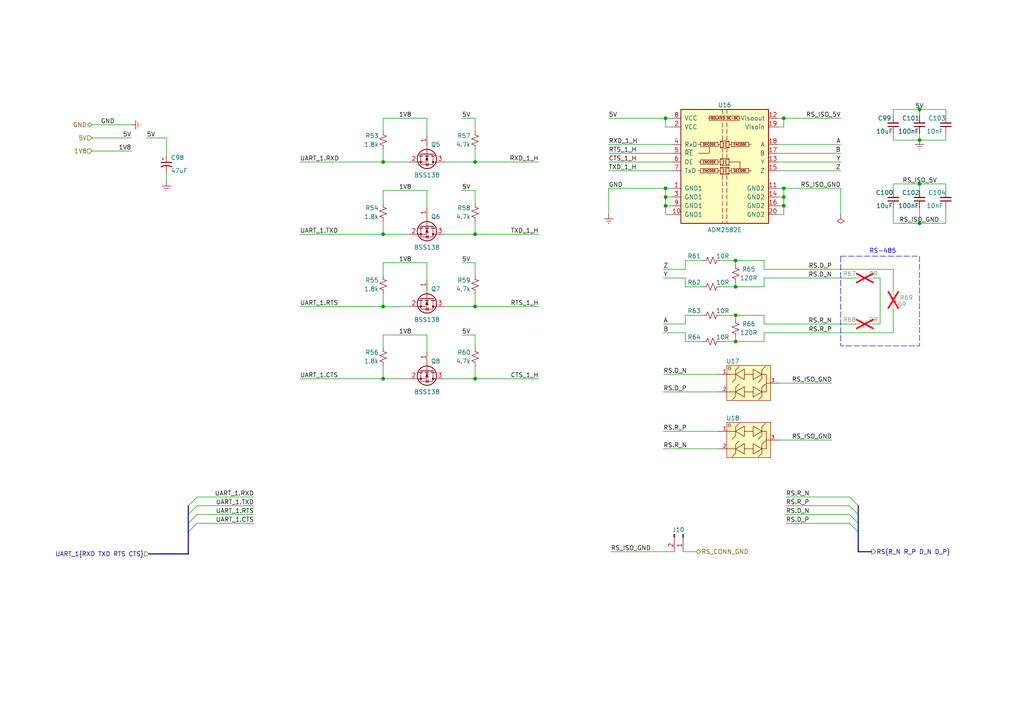
<source format=kicad_sch>
(kicad_sch (version 20250114) (generator "eeschema") (generator_version "9.0")
  (paper "A4")
  (lib_symbols
    (symbol "CholaSymbolsPrjLib:16CE47FSS" (pin_numbers (hide yes)) (pin_names (hide yes))
      (property "Reference" "C" (at -3.048 -0.254 0))
      (property "Value" "16CE47FSS" (at -2.794 -10.922 0))
      (symbol "16CE47FSS_0_1"
        (polyline (pts (xy -1.524 0.508) (xy 1.524 0.508)) (stroke (width 0.3048)))
        (polyline (pts (xy -1.27 1.524) (xy -0.762 1.524)))
        (polyline (pts (xy -1.016 1.27) (xy -1.016 1.778)))
        (arc (start -1.524 -0.762) (mid 0 -0.3734) (end 1.524 -0.762) (stroke (width 0.3048)))
      )
      (symbol "16CE47FSS_1_1"
        (pin passive line (at 0 2.54 270) (length 2.032) (name "~") (number "1"))
        (pin passive line (at 0 -2.54 90) (length 2.032) (name "~") (number "2"))
      )
    )
    (symbol "CholaSymbolsPrjLib:ADM2582E" (pin_names (offset 1.016))
      (property "Reference" "U" (at 0 21.59 0))
      (property "Value" "ADM2582E" (at 0 19.05 0))
      (symbol "ADM2582E_0_0"
        (polyline (pts (xy -6.985 7.62) (xy -7.62 7.62)))
        (polyline (pts (xy -6.985 2.54) (xy -7.62 2.54)))
        (polyline (pts (xy -6.985 0) (xy -7.62 0)))
        (polyline (pts (xy -4.445 15.875) (xy -4.445 14.605)))
        (polyline (pts (xy -4.445 15.24) (xy -4.826 15.24)))
        (polyline (pts (xy -4.445 14.605) (xy 4.191 14.605)))
        (polyline (pts (xy -1.905 7.62) (xy -1.27 7.62)))
        (polyline (pts (xy -1.905 2.54) (xy -1.27 2.54)))
        (rectangle (start -1.905 0.635) (end -6.985 -0.635))
        (polyline (pts (xy -1.905 0) (xy -1.27 0)))
        (rectangle (start -1.27 8.636) (end 1.27 6.604))
        (polyline (pts (xy -1.27 8.382) (xy -0.508 8.382)))
        (polyline (pts (xy -1.27 6.858) (xy -0.508 6.858)))
        (rectangle (start -1.27 3.556) (end 1.27 1.524))
        (polyline (pts (xy -1.27 3.302) (xy -0.508 3.302)))
        (polyline (pts (xy -1.27 1.778) (xy -0.508 1.778)))
        (rectangle (start -1.27 1.016) (end 1.27 -1.016))
        (polyline (pts (xy -1.27 0.762) (xy -0.508 0.762)))
        (polyline (pts (xy -1.27 -0.762) (xy -0.508 -0.762)))
        (polyline (pts (xy -0.635 17.78) (xy -0.635 16.51)))
        (polyline (pts (xy -0.635 12.7) (xy -0.635 13.97)))
        (polyline (pts (xy -0.635 10.795) (xy -0.635 12.065)))
        (polyline (pts (xy -0.635 8.89) (xy -0.635 10.16)))
        (polyline (pts (xy -0.635 6.35) (xy -0.635 5.334)))
        (polyline (pts (xy -0.635 4.826) (xy -0.635 3.81)))
        (polyline (pts (xy -0.635 -1.27) (xy -0.635 -2.54)))
        (polyline (pts (xy -0.635 -3.175) (xy -0.635 -4.445)))
        (polyline (pts (xy -0.635 -5.08) (xy -0.635 -6.35)))
        (polyline (pts (xy -0.635 -6.985) (xy -0.635 -8.255)))
        (polyline (pts (xy -0.635 -8.89) (xy -0.635 -10.16)))
        (polyline (pts (xy -0.635 -10.795) (xy -0.635 -12.065)))
        (polyline (pts (xy -0.635 -12.7) (xy -0.635 -13.97)))
        (polyline (pts (xy -0.635 -14.605) (xy -0.635 -15.24)))
        (arc (start -0.508 8.382) (mid -0.2551 8.128) (end -0.508 7.874))
        (arc (start -0.508 7.874) (mid -0.2551 7.62) (end -0.508 7.366))
        (arc (start -0.508 7.366) (mid -0.2551 7.112) (end -0.508 6.858))
        (arc (start -0.508 3.302) (mid -0.2551 3.048) (end -0.508 2.794))
        (arc (start -0.508 2.794) (mid -0.2551 2.54) (end -0.508 2.286))
        (arc (start -0.508 2.286) (mid -0.2551 2.032) (end -0.508 1.778))
        (arc (start -0.508 0.762) (mid -0.2551 0.508) (end -0.508 0.254))
        (arc (start -0.508 0.254) (mid -0.2551 0) (end -0.508 -0.254))
        (arc (start -0.508 -0.254) (mid -0.2551 -0.508) (end -0.508 -0.762))
        (arc (start 0.508 7.874) (mid 0.255 8.128) (end 0.508 8.382))
        (arc (start 0.508 7.366) (mid 0.255 7.62) (end 0.508 7.874))
        (arc (start 0.508 6.858) (mid 0.255 7.112) (end 0.508 7.366))
        (arc (start 0.508 2.794) (mid 0.255 3.048) (end 0.508 3.302))
        (arc (start 0.508 2.286) (mid 0.255 2.54) (end 0.508 2.794))
        (arc (start 0.508 1.778) (mid 0.255 2.032) (end 0.508 2.286))
        (arc (start 0.508 0.254) (mid 0.255 0.508) (end 0.508 0.762))
        (arc (start 0.508 -0.254) (mid 0.255 0) (end 0.508 0.254))
        (arc (start 0.508 -0.762) (mid 0.255 -0.508) (end 0.508 -0.254))
        (polyline (pts (xy 0.635 17.78) (xy 0.635 16.51)))
        (polyline (pts (xy 0.635 13.97) (xy 0.635 12.7)))
        (polyline (pts (xy 0.635 12.065) (xy 0.635 10.795)))
        (polyline (pts (xy 0.635 8.89) (xy 0.635 10.16)))
        (polyline (pts (xy 0.635 6.35) (xy 0.635 5.334)))
        (polyline (pts (xy 0.635 3.81) (xy 0.635 4.826)))
        (polyline (pts (xy 0.635 -1.27) (xy 0.635 -2.54)))
        (polyline (pts (xy 0.635 -3.175) (xy 0.635 -4.445)))
        (polyline (pts (xy 0.635 -5.08) (xy 0.635 -6.35)))
        (polyline (pts (xy 0.635 -6.985) (xy 0.635 -8.255)))
        (polyline (pts (xy 0.635 -8.89) (xy 0.635 -10.16)))
        (polyline (pts (xy 0.635 -10.795) (xy 0.635 -12.065)))
        (polyline (pts (xy 0.635 -12.7) (xy 0.635 -13.97)))
        (polyline (pts (xy 0.635 -14.605) (xy 0.635 -15.24)))
        (polyline (pts (xy 1.27 8.382) (xy 0.508 8.382)))
        (polyline (pts (xy 1.27 6.858) (xy 0.508 6.858)))
        (polyline (pts (xy 1.27 3.302) (xy 0.508 3.302)))
        (polyline (pts (xy 1.27 1.778) (xy 0.508 1.778)))
        (polyline (pts (xy 1.27 0.762) (xy 0.508 0.762)))
        (polyline (pts (xy 1.27 -0.762) (xy 0.508 -0.762)))
        (rectangle (start 1.905 8.255) (end 6.985 6.985))
        (polyline (pts (xy 1.905 7.62) (xy 1.27 7.62)))
        (rectangle (start 1.905 0.635) (end 6.985 -0.635))
        (polyline (pts (xy 1.905 0) (xy 1.27 0)))
        (polyline (pts (xy 4.191 15.875) (xy -4.445 15.875)))
        (polyline (pts (xy 4.191 15.875) (xy 4.191 14.605)))
        (polyline (pts (xy 4.191 15.24) (xy 4.572 15.24)))
        (polyline (pts (xy 6.985 7.62) (xy 7.62 7.62)))
        (polyline (pts (xy 6.985 0) (xy 7.62 0)))
        (text "DECODE" (at -4.445 7.62 0) (effects (font (size 0.635 0.635))))
        (text "ENCODE" (at -4.445 2.54 0) (effects (font (size 0.635 0.635))))
        (text "ENCODE" (at -4.445 0 0) (effects (font (size 0.635 0.635))))
        (text "ISOLATED DC-DC" (at -0.127 15.24 0) (effects (font (size 0.635 0.635))))
        (text "ENCODE" (at 4.445 7.62 0) (effects (font (size 0.635 0.635))))
        (text "DECODE" (at 4.445 0 0) (effects (font (size 0.635 0.635))))
      )
      (symbol "ADM2582E_0_1"
        (rectangle (start -12.7 17.78) (end 12.7 -15.24) (stroke (width 0.254)) (fill (type background)))
        (polyline (pts (xy -7.62 5.08) (xy -4.445 5.08) (xy -4.445 6.985)))
        (rectangle (start -1.905 8.255) (end -6.985 6.985))
        (rectangle (start -1.905 3.175) (end -6.985 1.905))
        (polyline (pts (xy 1.27 2.54) (xy 4.445 2.54) (xy 4.445 0.635)))
      )
      (symbol "ADM2582E_1_1"
        (pin power_in line (at -15.24 15.24 0) (length 2.54) (name "VCC") (number "8"))
        (pin power_in line (at -15.24 12.7 0) (length 2.54) (name "VCC") (number "2"))
        (pin output line (at -15.24 7.62 0) (length 2.54) (name "RxD") (number "4"))
        (pin input line (at -15.24 5.08 0) (length 2.54) (name "~{RE}") (number "5"))
        (pin input line (at -15.24 2.54 0) (length 2.54) (name "DE") (number "6"))
        (pin input line (at -15.24 0 0) (length 2.54) (name "TxD") (number "7"))
        (pin power_in line (at -15.24 -5.08 0) (length 2.54) (name "GND1") (number "1"))
        (pin power_in line (at -15.24 -7.62 0) (length 2.54) (name "GND1") (number "3"))
        (pin power_in line (at -15.24 -10.16 0) (length 2.54) (name "GND1") (number "9"))
        (pin power_in line (at -15.24 -12.7 0) (length 2.54) (name "GND1") (number "10"))
        (pin power_out line (at 15.24 15.24 180) (length 2.54) (name "Visoout") (number "12"))
        (pin power_in line (at 15.24 12.7 180) (length 2.54) (name "Visoin") (number "19"))
        (pin input line (at 15.24 7.62 180) (length 2.54) (name "A") (number "18"))
        (pin input line (at 15.24 5.08 180) (length 2.54) (name "B") (number "17"))
        (pin output line (at 15.24 2.54 180) (length 2.54) (name "Y") (number "13"))
        (pin output line (at 15.24 0 180) (length 2.54) (name "Z") (number "15"))
        (pin power_in line (at 15.24 -5.08 180) (length 2.54) (name "GND2") (number "11"))
        (pin power_in line (at 15.24 -7.62 180) (length 2.54) (name "GND2") (number "14"))
        (pin power_in line (at 15.24 -10.16 180) (length 2.54) (name "GND2") (number "16"))
        (pin power_in line (at 15.24 -12.7 180) (length 2.54) (name "GND2") (number "20"))
      )
    )
    (symbol "CholaSymbolsPrjLib:BSS138" (pin_names (hide yes))
      (property "Reference" "Q" (at 5.08 1.905 0))
      (property "Value" "BSS138" (at 5.08 0 0))
      (symbol "BSS138_0_1"
        (polyline (pts (xy 0.254 1.905) (xy 0.254 -1.905)) (stroke (width 0.254)))
        (polyline (pts (xy 0.254 0) (xy -2.54 0)))
        (polyline (pts (xy 0.762 2.286) (xy 0.762 1.27)) (stroke (width 0.254)))
        (polyline (pts (xy 0.762 0.508) (xy 0.762 -0.508)) (stroke (width 0.254)))
        (polyline (pts (xy 0.762 -1.27) (xy 0.762 -2.286)) (stroke (width 0.254)))
        (polyline (pts (xy 0.762 -1.778) (xy 3.302 -1.778) (xy 3.302 1.778) (xy 0.762 1.778)))
        (polyline (pts (xy 1.016 0) (xy 2.032 0.381) (xy 2.032 -0.381) (xy 1.016 0)) (fill (type outline)))
        (circle (center 1.651 0) (radius 2.794) (stroke (width 0.254)))
        (polyline (pts (xy 2.54 2.54) (xy 2.54 1.778)))
        (circle (center 2.54 1.778) (radius 0.254) (fill (type outline)))
        (circle (center 2.54 -1.778) (radius 0.254) (fill (type outline)))
        (polyline (pts (xy 2.54 -2.54) (xy 2.54 0) (xy 0.762 0)))
        (polyline (pts (xy 2.794 0.508) (xy 2.921 0.381) (xy 3.683 0.381) (xy 3.81 0.254)))
        (polyline (pts (xy 3.302 0.381) (xy 2.921 -0.254) (xy 3.683 -0.254) (xy 3.302 0.381)))
      )
      (symbol "BSS138_1_1"
        (pin input line (at -5.08 0 0) (length 2.54) (name "G") (number "1"))
        (pin passive line (at 2.54 5.08 270) (length 2.54) (name "D") (number "3"))
        (pin passive line (at 2.54 -5.08 90) (length 2.54) (name "S") (number "2"))
      )
    )
    (symbol "CholaSymbolsPrjLib:C_Small" (pin_numbers (hide yes)) (pin_names (offset 0.254) (hide yes))
      (property "Reference" "C" (at 0.254 1.778 0))
      (property "Value" "C_Small" (at 0.254 -2.032 0))
      (symbol "C_Small_0_1"
        (polyline (pts (xy -1.524 0.508) (xy 1.524 0.508)) (stroke (width 0.3048)))
        (polyline (pts (xy -1.524 -0.508) (xy 1.524 -0.508)) (stroke (width 0.3302)))
      )
      (symbol "C_Small_1_1"
        (pin passive line (at 0 2.54 270) (length 2.032) (name "~") (number "1"))
        (pin passive line (at 0 -2.54 90) (length 2.032) (name "~") (number "2"))
      )
    )
    (symbol "CholaSymbolsPrjLib:Conn_01x02_Pin" (pin_names (offset 1.016) (hide yes))
      (property "Reference" "J" (at 0 2.54 0))
      (property "Value" "Conn_01x02_Pin" (at 0 -5.08 0))
      (symbol "Conn_01x02_Pin_1_1"
        (rectangle (start 0.8636 0.127) (end 0 -0.127) (stroke (width 0.1524)) (fill (type outline)))
        (rectangle (start 0.8636 -2.413) (end 0 -2.667) (stroke (width 0.1524)) (fill (type outline)))
        (polyline (pts (xy 1.27 0) (xy 0.8636 0)) (stroke (width 0.1524)))
        (polyline (pts (xy 1.27 -2.54) (xy 0.8636 -2.54)) (stroke (width 0.1524)))
        (pin passive line (at 5.08 0 180) (length 3.81) (name "Pin_1") (number "1"))
        (pin passive line (at 5.08 -2.54 180) (length 3.81) (name "Pin_2") (number "2"))
      )
    )
    (symbol "CholaSymbolsPrjLib:R_Small_US" (pin_numbers (hide yes)) (pin_names (offset 0.254) (hide yes))
      (property "Reference" "R" (at 0.762 0.508 0))
      (property "Value" "R_Small_US" (at 0.762 -1.016 0))
      (symbol "R_Small_US_1_1"
        (polyline (pts (xy 0 1.524) (xy 1.016 1.143) (xy 0 0.762) (xy -1.016 0.381) (xy 0 0)))
        (polyline (pts (xy 0 0) (xy 1.016 -0.381) (xy 0 -0.762) (xy -1.016 -1.143) (xy 0 -1.524)))
        (pin passive line (at 0 2.54 270) (length 1.016) (name "~") (number "1"))
        (pin passive line (at 0 -2.54 90) (length 1.016) (name "~") (number "2"))
      )
    )
    (symbol "CholaSymbolsPrjLib:TPCDSOT23-SM712" (pin_names (hide yes))
      (property "Reference" "U" (at 0 6.731 0))
      (property "Value" "TPCDSOT23-SM712" (at 0.127 -6.731 0))
      (symbol "TPCDSOT23-SM712_0_1"
        (rectangle (start -6.096 5.08) (end 6.604 -5.08) (fill (type background)))
        (circle (center -5.334 4.318) (radius 0.381) (fill (type background)))
        (polyline (pts (xy -4.572 0.254) (xy -3.556 1.27) (xy -3.556 3.81) (xy -2.54 4.826)))
        (polyline (pts (xy -4.572 -4.826) (xy -3.556 -3.81) (xy -3.556 -1.27) (xy -2.54 -0.254)))
        (polyline (pts (xy -3.683 -2.54) (xy -4.953 -2.54)))
        (polyline (pts (xy -3.556 2.54) (xy -4.826 2.54)))
        (polyline (pts (xy -1.016 4.064) (xy -3.556 2.54) (xy -1.016 1.016) (xy -1.016 4.064)) (fill (type background)))
        (polyline (pts (xy -1.016 -1.016) (xy -3.556 -2.54) (xy -1.016 -4.064) (xy -1.016 -1.016)) (fill (type background)))
        (polyline (pts (xy 1.524 2.54) (xy -1.016 2.54)))
        (polyline (pts (xy 1.524 1.016) (xy 4.064 2.54) (xy 1.524 4.064) (xy 1.524 1.016)) (fill (type background)))
        (polyline (pts (xy 1.524 -2.54) (xy -1.016 -2.54)))
        (polyline (pts (xy 1.524 -4.064) (xy 4.064 -2.54) (xy 1.524 -1.016) (xy 1.524 -4.064)) (fill (type background)))
        (polyline (pts (xy 4.064 2.54) (xy 5.334 2.54) (xy 5.334 -2.54) (xy 4.064 -2.54)))
        (polyline (pts (xy 5.08 4.826) (xy 4.064 3.81) (xy 4.064 1.27) (xy 3.048 0.254)))
        (polyline (pts (xy 5.08 -0.254) (xy 4.064 -1.27) (xy 4.064 -3.81) (xy 3.048 -4.826)))
        (pin unspecified line (at -8.636 2.54 0) (length 3.81) (name "1") (number "1"))
        (pin unspecified line (at -8.636 -2.54 0) (length 3.81) (name "2") (number "2"))
        (pin unspecified line (at 9.144 0 180) (length 3.81) (name "3") (number "3"))
      )
    )
    (symbol "TPCDSOT23-SM712_1" (pin_names (hide yes))
      (property "Reference" "U" (at 0 6.731 0))
      (property "Value" "TPCDSOT23-SM712" (at 0.127 -6.731 0))
      (symbol "TPCDSOT23-SM712_1_0_1"
        (rectangle (start -6.096 5.08) (end 6.604 -5.08) (fill (type background)))
        (circle (center -5.334 4.318) (radius 0.381) (fill (type background)))
        (polyline (pts (xy -4.572 0.254) (xy -3.556 1.27) (xy -3.556 3.81) (xy -2.54 4.826)))
        (polyline (pts (xy -4.572 -4.826) (xy -3.556 -3.81) (xy -3.556 -1.27) (xy -2.54 -0.254)))
        (polyline (pts (xy -3.683 -2.54) (xy -4.953 -2.54)))
        (polyline (pts (xy -3.556 2.54) (xy -4.826 2.54)))
        (polyline (pts (xy -1.016 4.064) (xy -3.556 2.54) (xy -1.016 1.016) (xy -1.016 4.064)) (fill (type background)))
        (polyline (pts (xy -1.016 -1.016) (xy -3.556 -2.54) (xy -1.016 -4.064) (xy -1.016 -1.016)) (fill (type background)))
        (polyline (pts (xy 1.524 2.54) (xy -1.016 2.54)))
        (polyline (pts (xy 1.524 1.016) (xy 4.064 2.54) (xy 1.524 4.064) (xy 1.524 1.016)) (fill (type background)))
        (polyline (pts (xy 1.524 -2.54) (xy -1.016 -2.54)))
        (polyline (pts (xy 1.524 -4.064) (xy 4.064 -2.54) (xy 1.524 -1.016) (xy 1.524 -4.064)) (fill (type background)))
        (polyline (pts (xy 4.064 2.54) (xy 5.334 2.54) (xy 5.334 -2.54) (xy 4.064 -2.54)))
        (polyline (pts (xy 5.08 4.826) (xy 4.064 3.81) (xy 4.064 1.27) (xy 3.048 0.254)))
        (polyline (pts (xy 5.08 -0.254) (xy 4.064 -1.27) (xy 4.064 -3.81) (xy 3.048 -4.826)))
        (pin unspecified line (at -8.636 2.54 0) (length 3.81) (name "1") (number "1"))
        (pin unspecified line (at -8.636 -2.54 0) (length 3.81) (name "2") (number "2"))
        (pin unspecified line (at 9.144 0 180) (length 3.81) (name "3") (number "3"))
      )
    )
    (symbol "power:GNDREF" (power) (pin_names (offset 0))
      (property "Value" "GNDREF" (at 0 -3.81 0))
      (symbol "GNDREF_0_1"
        (polyline (pts (xy -0.635 -1.905) (xy 0.635 -1.905)))
        (polyline (pts (xy -0.127 -2.54) (xy 0.127 -2.54)))
        (polyline (pts (xy 0 -1.27) (xy 0 0)))
        (polyline (pts (xy 1.27 -1.27) (xy -1.27 -1.27)))
      )
      (symbol "GNDREF_1_1"
        (pin power_in line (at 0 0 270) (length 0) (hide yes) (name "GNDREF") (number "1"))
      )
    )
    (symbol "power:PWR_FLAG" (power) (pin_numbers (hide yes)) (pin_names (offset 0) (hide yes))
      (property "Value" "PWR_FLAG" (at 0 3.81 0))
      (symbol "PWR_FLAG_0_0"
        (pin power_out line (at 0 0 90) (length 0) (name "pwr") (number "1"))
      )
      (symbol "PWR_FLAG_0_1"
        (polyline (pts (xy 0 0) (xy 0 1.27) (xy -1.016 1.905) (xy 0 2.54) (xy 1.016 1.905) (xy 0 1.27)))
      )
    )
  )
  (rectangle (start 243.84 74.295) (end 266.7 100.33) (stroke (width 0) (type dash)))
  (text "RS-485" (at 252.095 73.66 0) (effects (font (size 1.27 1.27)) (justify left bottom)))
  (junction (at 193.04 54.61))
  (junction (at 193.04 34.29))
  (junction (at 227.33 54.61))
  (junction (at 137.795 88.9))
  (junction (at 227.33 59.69))
  (junction (at 213.36 99.06))
  (junction (at 193.04 59.69))
  (junction (at 227.33 57.15))
  (junction (at 111.125 88.9))
  (junction (at 137.795 67.945))
  (junction (at 213.36 91.44))
  (junction (at 266.7 40.64))
  (junction (at 266.7 31.75))
  (junction (at 137.795 46.99))
  (junction (at 111.125 109.855))
  (junction (at 137.795 109.855))
  (junction (at 213.36 75.565))
  (junction (at 193.04 57.15))
  (junction (at 266.7 53.34))
  (junction (at 213.36 83.185))
  (junction (at 111.125 46.99))
  (junction (at 266.7 64.77))
  (junction (at 227.33 34.29))
  (junction (at 111.125 67.945))
  (bus_entry (at 248.92 151.765) (size -2.54 -2.54))
  (bus_entry (at 248.92 146.685) (size -2.54 -2.54))
  (bus_entry (at 54.61 149.225) (size 2.54 -2.54))
  (bus_entry (at 248.92 154.305) (size -2.54 -2.54))
  (bus_entry (at 54.61 146.685) (size 2.54 -2.54))
  (bus_entry (at 54.61 151.765) (size 2.54 -2.54))
  (bus_entry (at 248.92 149.225) (size -2.54 -2.54))
  (bus_entry (at 54.61 154.305) (size 2.54 -2.54))
  (wire (pts (xy 227.33 54.61) (xy 243.84 54.61)))
  (wire (pts (xy 221.615 91.44) (xy 221.615 93.98)))
  (wire (pts (xy 137.795 43.18) (xy 137.795 46.99)))
  (wire (pts (xy 227.33 57.15) (xy 227.33 59.69)))
  (wire (pts (xy 266.7 40.64) (xy 274.32 40.64)))
  (wire (pts (xy 208.915 99.06) (xy 213.36 99.06)))
  (wire (pts (xy 137.795 34.29) (xy 137.795 38.1)))
  (wire (pts (xy 111.125 55.245) (xy 111.125 59.055)))
  (wire (pts (xy 266.7 60.325) (xy 266.7 64.77)))
  (wire (pts (xy 111.125 55.245) (xy 123.825 55.245)))
  (wire (pts (xy 57.15 151.765) (xy 73.66 151.765)))
  (wire (pts (xy 246.38 151.765) (xy 227.965 151.765)))
  (wire (pts (xy 111.125 88.9) (xy 118.745 88.9)))
  (wire (pts (xy 208.915 75.565) (xy 213.36 75.565)))
  (wire (pts (xy 111.125 76.2) (xy 123.825 76.2)))
  (wire (pts (xy 208.915 91.44) (xy 213.36 91.44)))
  (bus (pts (xy 248.92 160.02) (xy 252.73 160.02)))
  (wire (pts (xy 137.795 64.135) (xy 137.795 67.945)))
  (wire (pts (xy 192.405 80.645) (xy 198.755 80.645)))
  (wire (pts (xy 213.36 75.565) (xy 221.615 75.565)))
  (wire (pts (xy 246.38 144.145) (xy 227.965 144.145)))
  (wire (pts (xy 193.04 36.83) (xy 193.04 34.29)))
  (wire (pts (xy 226.06 111.125) (xy 241.3 111.125)))
  (wire (pts (xy 274.32 53.34) (xy 274.32 55.245)))
  (wire (pts (xy 243.84 54.61) (xy 243.84 62.23)))
  (wire (pts (xy 225.425 36.83) (xy 227.33 36.83)))
  (wire (pts (xy 176.53 54.61) (xy 193.04 54.61)))
  (wire (pts (xy 221.615 93.98) (xy 248.285 93.98)))
  (wire (pts (xy 194.945 57.15) (xy 193.04 57.15)))
  (wire (pts (xy 225.425 44.45) (xy 243.84 44.45)))
  (wire (pts (xy 137.795 67.945) (xy 156.21 67.945)))
  (wire (pts (xy 259.08 40.64) (xy 266.7 40.64)))
  (wire (pts (xy 213.36 83.185) (xy 221.615 83.185)))
  (wire (pts (xy 137.795 55.245) (xy 137.795 59.055)))
  (wire (pts (xy 213.36 97.79) (xy 213.36 99.06)))
  (wire (pts (xy 221.615 78.105) (xy 259.08 78.105)))
  (wire (pts (xy 255.27 80.645) (xy 255.27 93.98)))
  (bus (pts (xy 248.92 149.225) (xy 248.92 151.765)))
  (wire (pts (xy 192.405 78.105) (xy 198.755 78.105)))
  (wire (pts (xy 221.615 96.52) (xy 259.08 96.52)))
  (wire (pts (xy 225.425 46.99) (xy 243.84 46.99)))
  (wire (pts (xy 111.125 76.2) (xy 111.125 80.01)))
  (wire (pts (xy 225.425 54.61) (xy 227.33 54.61)))
  (wire (pts (xy 225.425 34.29) (xy 227.33 34.29)))
  (wire (pts (xy 26.67 43.815) (xy 38.1 43.815)))
  (wire (pts (xy 213.36 81.915) (xy 213.36 83.185)))
  (wire (pts (xy 194.945 59.69) (xy 193.04 59.69)))
  (wire (pts (xy 208.28 130.175) (xy 192.405 130.175)))
  (bus (pts (xy 54.61 146.685) (xy 54.61 149.225)))
  (wire (pts (xy 128.905 67.945) (xy 137.795 67.945)))
  (wire (pts (xy 259.08 31.75) (xy 266.7 31.75)))
  (wire (pts (xy 259.08 64.77) (xy 266.7 64.77)))
  (wire (pts (xy 48.26 50.165) (xy 48.26 52.705)))
  (wire (pts (xy 198.755 96.52) (xy 198.755 99.06)))
  (wire (pts (xy 194.945 41.91) (xy 176.53 41.91)))
  (wire (pts (xy 274.32 64.77) (xy 274.32 60.325)))
  (wire (pts (xy 111.125 106.045) (xy 111.125 109.855)))
  (wire (pts (xy 221.615 80.645) (xy 248.285 80.645)))
  (wire (pts (xy 198.755 75.565) (xy 203.835 75.565)))
  (wire (pts (xy 227.33 54.61) (xy 227.33 57.15)))
  (wire (pts (xy 26.67 40.005) (xy 38.1 40.005)))
  (wire (pts (xy 259.08 55.245) (xy 259.08 53.34)))
  (wire (pts (xy 266.7 53.34) (xy 266.7 55.245)))
  (wire (pts (xy 198.755 93.98) (xy 198.755 91.44)))
  (wire (pts (xy 137.795 46.99) (xy 156.21 46.99)))
  (wire (pts (xy 123.825 34.29) (xy 123.825 39.37)))
  (wire (pts (xy 123.825 97.155) (xy 123.825 102.235)))
  (wire (pts (xy 208.28 125.095) (xy 192.405 125.095)))
  (wire (pts (xy 246.38 149.225) (xy 227.965 149.225)))
  (wire (pts (xy 137.795 106.045) (xy 137.795 109.855)))
  (wire (pts (xy 225.425 62.23) (xy 227.33 62.23)))
  (wire (pts (xy 111.125 97.155) (xy 111.125 100.965)))
  (wire (pts (xy 259.08 38.735) (xy 259.08 40.64)))
  (wire (pts (xy 111.125 97.155) (xy 123.825 97.155)))
  (wire (pts (xy 266.7 31.75) (xy 274.32 31.75)))
  (wire (pts (xy 213.36 91.44) (xy 213.36 92.71)))
  (wire (pts (xy 86.995 46.99) (xy 111.125 46.99)))
  (wire (pts (xy 26.67 36.195) (xy 38.1 36.195)))
  (wire (pts (xy 86.995 88.9) (xy 111.125 88.9)))
  (bus (pts (xy 248.92 149.225) (xy 248.92 146.685)))
  (wire (pts (xy 176.53 49.53) (xy 194.945 49.53)))
  (wire (pts (xy 192.405 96.52) (xy 198.755 96.52)))
  (wire (pts (xy 227.33 59.69) (xy 227.33 62.23)))
  (wire (pts (xy 111.125 67.945) (xy 118.745 67.945)))
  (wire (pts (xy 111.125 85.09) (xy 111.125 88.9)))
  (wire (pts (xy 111.125 64.135) (xy 111.125 67.945)))
  (wire (pts (xy 221.615 99.06) (xy 221.615 96.52)))
  (wire (pts (xy 193.04 34.29) (xy 194.945 34.29)))
  (wire (pts (xy 128.905 46.99) (xy 137.795 46.99)))
  (wire (pts (xy 111.125 34.29) (xy 123.825 34.29)))
  (wire (pts (xy 137.795 97.155) (xy 137.795 100.965)))
  (wire (pts (xy 227.33 36.83) (xy 227.33 34.29)))
  (wire (pts (xy 86.995 109.855) (xy 111.125 109.855)))
  (wire (pts (xy 213.36 99.06) (xy 221.615 99.06)))
  (wire (pts (xy 266.7 64.77) (xy 274.32 64.77)))
  (wire (pts (xy 266.7 31.75) (xy 266.7 33.655)))
  (wire (pts (xy 213.36 91.44) (xy 221.615 91.44)))
  (wire (pts (xy 137.795 109.855) (xy 156.21 109.855)))
  (wire (pts (xy 225.425 59.69) (xy 227.33 59.69)))
  (wire (pts (xy 133.985 97.155) (xy 137.795 97.155)))
  (wire (pts (xy 213.36 75.565) (xy 213.36 76.835)))
  (wire (pts (xy 193.04 57.15) (xy 193.04 54.61)))
  (wire (pts (xy 259.08 60.325) (xy 259.08 64.77)))
  (wire (pts (xy 111.125 34.29) (xy 111.125 38.1)))
  (wire (pts (xy 194.945 54.61) (xy 193.04 54.61)))
  (wire (pts (xy 57.15 149.225) (xy 73.66 149.225)))
  (wire (pts (xy 176.53 34.29) (xy 193.04 34.29)))
  (bus (pts (xy 54.61 154.305) (xy 54.61 160.655)))
  (wire (pts (xy 123.825 55.245) (xy 123.825 60.325)))
  (wire (pts (xy 137.795 85.09) (xy 137.795 88.9)))
  (wire (pts (xy 225.425 49.53) (xy 243.84 49.53)))
  (wire (pts (xy 225.425 41.91) (xy 243.84 41.91)))
  (wire (pts (xy 246.38 146.685) (xy 227.965 146.685)))
  (wire (pts (xy 137.795 88.9) (xy 156.21 88.9)))
  (wire (pts (xy 266.7 40.64) (xy 266.7 38.735)))
  (wire (pts (xy 176.53 54.61) (xy 176.53 62.23)))
  (wire (pts (xy 198.755 99.06) (xy 203.835 99.06)))
  (wire (pts (xy 128.905 109.855) (xy 137.795 109.855)))
  (wire (pts (xy 266.7 53.34) (xy 274.32 53.34)))
  (wire (pts (xy 221.615 83.185) (xy 221.615 80.645)))
  (wire (pts (xy 198.12 160.02) (xy 201.93 160.02)))
  (wire (pts (xy 86.995 67.945) (xy 111.125 67.945)))
  (wire (pts (xy 253.365 80.645) (xy 255.27 80.645)))
  (bus (pts (xy 43.18 160.655) (xy 54.61 160.655)))
  (wire (pts (xy 48.26 45.085) (xy 48.26 40.005)))
  (wire (pts (xy 226.06 127.635) (xy 241.3 127.635)))
  (wire (pts (xy 123.825 76.2) (xy 123.825 81.28)))
  (wire (pts (xy 198.755 83.185) (xy 203.835 83.185)))
  (wire (pts (xy 111.125 43.18) (xy 111.125 46.99)))
  (wire (pts (xy 128.905 88.9) (xy 137.795 88.9)))
  (wire (pts (xy 57.15 146.685) (xy 73.66 146.685)))
  (wire (pts (xy 198.755 78.105) (xy 198.755 75.565)))
  (wire (pts (xy 274.32 40.64) (xy 274.32 38.735)))
  (wire (pts (xy 225.425 57.15) (xy 227.33 57.15)))
  (wire (pts (xy 208.28 113.665) (xy 192.405 113.665)))
  (wire (pts (xy 133.985 34.29) (xy 137.795 34.29)))
  (wire (pts (xy 259.08 33.655) (xy 259.08 31.75)))
  (wire (pts (xy 57.15 144.145) (xy 73.66 144.145)))
  (wire (pts (xy 259.08 89.535) (xy 259.08 96.52)))
  (wire (pts (xy 221.615 75.565) (xy 221.615 78.105)))
  (wire (pts (xy 274.32 31.75) (xy 274.32 33.655)))
  (wire (pts (xy 194.945 62.23) (xy 193.04 62.23)))
  (wire (pts (xy 137.795 76.2) (xy 137.795 80.01)))
  (wire (pts (xy 208.28 108.585) (xy 192.405 108.585)))
  (wire (pts (xy 259.08 53.34) (xy 266.7 53.34)))
  (wire (pts (xy 133.985 76.2) (xy 137.795 76.2)))
  (wire (pts (xy 195.58 160.02) (xy 177.165 160.02)))
  (wire (pts (xy 133.985 55.245) (xy 137.795 55.245)))
  (wire (pts (xy 208.915 83.185) (xy 213.36 83.185)))
  (wire (pts (xy 176.53 46.99) (xy 194.945 46.99)))
  (wire (pts (xy 193.04 62.23) (xy 193.04 59.69)))
  (bus (pts (xy 54.61 151.765) (xy 54.61 154.305)))
  (wire (pts (xy 194.945 36.83) (xy 193.04 36.83)))
  (wire (pts (xy 111.125 46.99) (xy 118.745 46.99)))
  (bus (pts (xy 54.61 149.225) (xy 54.61 151.765)))
  (wire (pts (xy 255.27 93.98) (xy 253.365 93.98)))
  (wire (pts (xy 198.755 80.645) (xy 198.755 83.185)))
  (bus (pts (xy 248.92 154.305) (xy 248.92 160.02)))
  (wire (pts (xy 227.33 34.29) (xy 243.84 34.29)))
  (wire (pts (xy 198.755 91.44) (xy 203.835 91.44)))
  (wire (pts (xy 193.04 59.69) (xy 193.04 57.15)))
  (wire (pts (xy 176.53 44.45) (xy 194.945 44.45)))
  (wire (pts (xy 42.545 40.005) (xy 48.26 40.005)))
  (bus (pts (xy 248.92 151.765) (xy 248.92 154.305)))
  (wire (pts (xy 111.125 109.855) (xy 118.745 109.855)))
  (wire (pts (xy 192.405 93.98) (xy 198.755 93.98)))
  (wire (pts (xy 259.08 84.455) (xy 259.08 78.105)))
  (label "GND" (at 176.53 54.61 0))
  (label "GND" (at 29.21 36.195 0))
  (label "UART_1.CTS" (at 73.66 151.765 180))
  (label "Z" (at 192.405 78.105 0))
  (label "Z" (at 243.84 49.53 180))
  (label "RS_ISO_GND" (at 241.3 111.125 180))
  (label "A" (at 192.405 93.98 0))
  (label "B" (at 243.84 44.45 180))
  (label "UART_1.CTS" (at 86.995 109.855 0))
  (label "UART_1.TXD" (at 86.995 67.945 0))
  (label "5V" (at 38.1 40.005 180))
  (label "1V8" (at 119.38 34.29 180))
  (label "RS.D_N" (at 227.965 149.225 0))
  (label "TXD_1_H" (at 156.21 67.945 180))
  (label "RS.R_N" (at 227.965 144.145 0))
  (label "1V8" (at 119.38 76.2 180))
  (label "RS.R_P" (at 227.965 146.685 0))
  (label "A" (at 243.84 41.91 180))
  (label "RS.D_P" (at 227.965 151.765 0))
  (label "Y" (at 192.405 80.645 0))
  (label "1V8" (at 119.38 97.155 180))
  (label "UART_1.RXD" (at 86.995 46.99 0))
  (label "RS.R_N" (at 192.405 130.175 0))
  (label "5V" (at 133.985 97.155 0))
  (label "UART_1.RTS" (at 86.995 88.9 0))
  (label "5V" (at 133.985 76.2 0))
  (label "CTS_1_H" (at 176.53 46.99 0))
  (label "RS.D_P" (at 241.3 78.105 180))
  (label "CTS_1_H" (at 156.21 109.855 180))
  (label "RS.R_N" (at 241.3 93.98 180))
  (label "RS.D_N" (at 241.3 80.645 180))
  (label "TXD_1_H" (at 176.53 49.53 0))
  (label "UART_1.RTS" (at 73.66 149.225 180))
  (label "RS_ISO_GND" (at 272.415 64.77 180))
  (label "5V" (at 133.985 34.29 0))
  (label "RS_ISO_GND" (at 241.3 127.635 180))
  (label "RS_ISO_GND" (at 177.165 160.02 0))
  (label "5V" (at 42.545 40.005 0))
  (label "UART_1.TXD" (at 73.66 146.685 180))
  (label "RXD_1_H" (at 156.21 46.99 180))
  (label "RTS_1_H" (at 156.21 88.9 180))
  (label "RTS_1_H" (at 176.53 44.45 0))
  (label "B" (at 192.405 96.52 0))
  (label "RS.R_P" (at 241.3 96.52 180))
  (label "5V" (at 176.53 34.29 0))
  (label "Y" (at 243.84 46.99 180))
  (label "RS.D_N" (at 192.405 108.585 0))
  (label "RS.D_P" (at 192.405 113.665 0))
  (label "5V" (at 265.43 31.75 0))
  (label "RS_ISO_5V" (at 243.84 34.29 180))
  (label "UART_1.RXD" (at 73.66 144.145 180))
  (label "RXD_1_H" (at 176.53 41.91 0))
  (label "RS.R_P" (at 192.405 125.095 0))
  (label "RS_ISO_5V" (at 271.78 53.34 180))
  (label "1V8" (at 38.1 43.815 180))
  (label "5V" (at 133.985 55.245 0))
  (label "1V8" (at 119.38 55.245 180))
  (label "RS_ISO_GND" (at 243.84 54.61 180))
  (hierarchical_label "RS_CONN_GND" (shape bidirectional) (at 201.93 160.02 0))
  (hierarchical_label "UART_1{RXD TXD RTS CTS}" (shape input) (at 43.18 160.655 180))
  (hierarchical_label "5V" (shape input) (at 26.67 40.005 180))
  (hierarchical_label "1V8" (shape input) (at 26.67 43.815 180))
  (hierarchical_label "GND" (shape bidirectional) (at 26.67 36.195 180))
  (hierarchical_label "RS{R_N R_P D_N D_P}" (shape output) (at 252.73 160.02 0))
  (symbol (lib_id "power:PWR_FLAG") (at 243.84 62.23 180) (unit 1)
    (property "Reference" "#FLG017" (effects (hide yes)))
    (property "Value" "PWR_FLAG" (effects (hide yes)))
  )
  (symbol (lib_id "CholaSymbolsPrjLib:R_Small_US") (at 137.795 40.64 180) (unit 1)
    (property "Reference" "R57" (at 136.525 39.37 0) (effects (justify left)))
    (property "Value" "4.7k" (at 136.525 41.91 0) (effects (justify left)))
    (property "Footprint" "Resistor_SMD:R_0402_1005Metric" (effects (hide yes)))
  )
  (symbol (lib_id "CholaSymbolsPrjLib:R_Small_US") (at 206.375 75.565 270) (unit 1)
    (property "Reference" "R61" (at 199.39 74.295 90) (effects (justify left)))
    (property "Value" "10R" (at 207.645 74.295 90) (effects (justify left)))
    (property "Footprint" "Resistor_SMD:R_0402_1005Metric" (effects (hide yes)))
  )
  (symbol (lib_id "CholaSymbolsPrjLib:R_Small_US") (at 250.825 80.645 270) (unit 1) (in_bom no) (dnp yes)
    (property "Reference" "R67" (at 246.38 79.375 90))
    (property "Value" "0R" (at 253.365 79.375 90))
    (property "Footprint" "Resistor_SMD:R_0603_1608Metric" (effects (hide yes)))
  )
  (symbol (lib_id "CholaSymbolsPrjLib:R_Small_US") (at 137.795 82.55 180) (unit 1)
    (property "Reference" "R59" (at 136.525 81.28 0) (effects (justify left)))
    (property "Value" "4.7k" (at 136.525 83.82 0) (effects (justify left)))
    (property "Footprint" "Resistor_SMD:R_0402_1005Metric" (effects (hide yes)))
  )
  (symbol (lib_id "CholaSymbolsPrjLib:R_Small_US") (at 206.375 91.44 270) (unit 1)
    (property "Reference" "R63" (at 199.39 90.17 90) (effects (justify left)))
    (property "Value" "10R" (at 207.645 90.17 90) (effects (justify left)))
    (property "Footprint" "Resistor_SMD:R_0402_1005Metric" (effects (hide yes)))
  )
  (symbol (lib_id "CholaSymbolsPrjLib:R_Small_US") (at 213.36 79.375 0) (unit 1)
    (property "Reference" "R65" (at 217.17 78.105 0))
    (property "Value" "120R" (at 217.17 80.645 0))
    (property "Footprint" "Resistor_SMD:R_0603_1608Metric" (effects (hide yes)))
  )
  (symbol (lib_id "CholaSymbolsPrjLib:C_Small") (at 266.7 36.195 180) (unit 1)
    (property "Reference" "C101" (at 264.1599 34.2899 0))
    (property "Value" "100nF" (at 263.525 38.1 0))
    (property "Footprint" "Capacitor_SMD:C_0402_1005Metric" (effects (hide yes)))
  )
  (symbol (lib_id "CholaSymbolsPrjLib:BSS138") (at 123.825 65.405 270) (unit 1)
    (property "Reference" "Q6" (at 126.365 62.865 90))
    (property "Value" "BSS138" (at 123.825 71.755 90))
    (property "Footprint" "Package_TO_SOT_SMD:SOT-23" (effects (hide yes)))
    (property "Datasheet" "https://www.onsemi.com/pub/Collateral/BSS138-D.PDF" (effects (hide yes)))
  )
  (symbol (lib_id "CholaSymbolsPrjLib:R_Small_US") (at 206.375 99.06 270) (unit 1)
    (property "Reference" "R64" (at 199.39 97.79 90) (effects (justify left)))
    (property "Value" "10R" (at 207.645 97.79 90) (effects (justify left)))
    (property "Footprint" "Resistor_SMD:R_0402_1005Metric" (effects (hide yes)))
  )
  (symbol (lib_id "CholaSymbolsPrjLib:R_Small_US") (at 259.08 86.995 0) (unit 1) (in_bom no) (dnp yes)
    (property "Reference" "R69" (at 262.89 86.36 0))
    (property "Value" "0R" (at 261.62 88.265 0))
    (property "Footprint" "Resistor_SMD:R_0603_1608Metric" (effects (hide yes)))
  )
  (symbol (lib_id "CholaSymbolsPrjLib:C_Small") (at 266.7 57.785 180) (unit 1)
    (property "Reference" "C102" (at 264.1599 55.8799 0))
    (property "Value" "100nF" (at 263.525 59.69 0))
    (property "Footprint" "Capacitor_SMD:C_0402_1005Metric" (effects (hide yes)))
  )
  (symbol (lib_id "power:GNDREF") (at 38.1 36.195 90) (unit 1)
    (property "Reference" "#PWR055" (effects (hide yes)))
    (property "Value" "GNDREF" (effects (hide yes)))
  )
  (symbol (lib_id "CholaSymbolsPrjLib:R_Small_US") (at 206.375 83.185 270) (unit 1)
    (property "Reference" "R62" (at 199.39 81.915 90) (effects (justify left)))
    (property "Value" "10R" (at 207.645 81.915 90) (effects (justify left)))
    (property "Footprint" "Resistor_SMD:R_0402_1005Metric" (effects (hide yes)))
  )
  (symbol (lib_id "CholaSymbolsPrjLib:C_Small") (at 259.08 36.195 180) (unit 1)
    (property "Reference" "C99" (at 256.5399 34.2899 0))
    (property "Value" "10uF" (at 256.5399 38.0999 0))
    (property "Footprint" "Capacitor_SMD:C_0402_1005Metric" (effects (hide yes)))
  )
  (symbol (lib_id "power:GNDREF") (at 176.53 62.23 0) (unit 1)
    (property "Reference" "#PWR057" (effects (hide yes)))
    (property "Value" "GNDREF" (effects (hide yes)))
  )
  (symbol (lib_id "CholaSymbolsPrjLib:R_Small_US") (at 137.795 61.595 180) (unit 1)
    (property "Reference" "R58" (at 136.525 60.325 0) (effects (justify left)))
    (property "Value" "4.7k" (at 136.525 62.865 0) (effects (justify left)))
    (property "Footprint" "Resistor_SMD:R_0402_1005Metric" (effects (hide yes)))
  )
  (symbol (lib_id "CholaSymbolsPrjLib:BSS138") (at 123.825 44.45 270) (unit 1)
    (property "Reference" "Q5" (at 126.365 41.91 90))
    (property "Value" "BSS138" (at 123.825 50.8 90))
    (property "Footprint" "Package_TO_SOT_SMD:SOT-23" (effects (hide yes)))
    (property "Datasheet" "https://www.onsemi.com/pub/Collateral/BSS138-D.PDF" (effects (hide yes)))
  )
  (symbol (lib_id "CholaSymbolsPrjLib:16CE47FSS") (at 48.26 47.625 0) (unit 1)
    (property "Reference" "C98" (at 49.53 45.72 0) (effects (justify left)))
    (property "Value" "47uF" (at 49.53 49.53 0) (effects (justify left)))
    (property "Footprint" "CholaFootprintsPrjLib:CAP_L5" (effects (hide yes)))
    (property "Datasheet" "https://item.szlcsc.com/245725.html" (effects (hide yes)))
    (property "LCSC" "C242026" (effects (hide yes)))
    (property "Capacitance" "47uF" (effects (hide yes)))
  )
  (symbol (lib_id "CholaSymbolsPrjLib:R_Small_US") (at 111.125 82.55 180) (unit 1)
    (property "Reference" "R55" (at 109.855 81.28 0) (effects (justify left)))
    (property "Value" "1.8k" (at 109.855 83.82 0) (effects (justify left)))
    (property "Footprint" "Resistor_SMD:R_0402_1005Metric" (effects (hide yes)))
  )
  (symbol (lib_id "CholaSymbolsPrjLib:R_Small_US") (at 111.125 103.505 180) (unit 1)
    (property "Reference" "R56" (at 109.855 102.235 0) (effects (justify left)))
    (property "Value" "1.8k" (at 109.855 104.775 0) (effects (justify left)))
    (property "Footprint" "Resistor_SMD:R_0402_1005Metric" (effects (hide yes)))
  )
  (symbol (lib_id "CholaSymbolsPrjLib:TPCDSOT23-SM712") (at 216.916 127.635 0) (unit 1)
    (property "Reference" "U18" (at 210.566 121.285 0) (effects (justify left)))
    (property "Value" "TPCDSOT23-SM712" (effects (hide yes)))
    (property "Footprint" "CholaFootprintsPrjLib:ESD_RS485" (effects (hide yes)))
    (property "Datasheet" "https://item.szlcsc.com/14454.html" (effects (hide yes)))
    (property "LCSC" "C558433" (effects (hide yes)))
  )
  (symbol (lib_id "CholaSymbolsPrjLib:R_Small_US") (at 111.125 40.64 180) (unit 1)
    (property "Reference" "R53" (at 109.855 39.37 0) (effects (justify left)))
    (property "Value" "1.8k" (at 109.855 41.91 0) (effects (justify left)))
    (property "Footprint" "Resistor_SMD:R_0402_1005Metric" (effects (hide yes)))
  )
  (symbol (lib_id "CholaSymbolsPrjLib:C_Small") (at 274.32 57.785 180) (unit 1)
    (property "Reference" "C104" (at 271.7799 55.8799 0))
    (property "Value" "10nF" (at 271.145 59.69 0))
    (property "Footprint" "Capacitor_SMD:C_0402_1005Metric" (effects (hide yes)))
  )
  (symbol (lib_id "power:GNDREF") (at 48.26 52.705 0) (unit 1)
    (property "Reference" "#PWR056" (effects (hide yes)))
    (property "Value" "GNDREF" (effects (hide yes)))
  )
  (symbol (lib_id "CholaSymbolsPrjLib:BSS138") (at 123.825 86.36 270) (unit 1)
    (property "Reference" "Q7" (at 126.365 83.82 90))
    (property "Value" "BSS138" (at 123.825 92.71 90))
    (property "Footprint" "Package_TO_SOT_SMD:SOT-23" (effects (hide yes)))
    (property "Datasheet" "https://www.onsemi.com/pub/Collateral/BSS138-D.PDF" (effects (hide yes)))
  )
  (symbol (lib_id "CholaSymbolsPrjLib:ADM2582E") (at 210.185 49.53 0) (unit 1)
    (property "Reference" "U16" (at 210.185 30.48 0))
    (property "Value" "ADM2582E" (at 210.185 66.675 0))
    (property "Footprint" "CholaFootprintsPrjLib:SOIC-20W_7.5x12.8mm_P1.27mm" (effects (hide yes)))
    (property "Datasheet" "www.analog.com/media/en/technical-documentation/data-sheets/ADM2582E_2587E.pdf" (effects (hide yes)))
  )
  (symbol (lib_id "CholaSymbolsPrjLib:R_Small_US") (at 137.795 103.505 180) (unit 1)
    (property "Reference" "R60" (at 136.525 102.235 0) (effects (justify left)))
    (property "Value" "4.7k" (at 136.525 104.775 0) (effects (justify left)))
    (property "Footprint" "Resistor_SMD:R_0402_1005Metric" (effects (hide yes)))
  )
  (symbol (lib_id "CholaSymbolsPrjLib:BSS138") (at 123.825 107.315 270) (unit 1)
    (property "Reference" "Q8" (at 126.365 104.775 90))
    (property "Value" "BSS138" (at 123.825 113.665 90))
    (property "Footprint" "Package_TO_SOT_SMD:SOT-23" (effects (hide yes)))
    (property "Datasheet" "https://www.onsemi.com/pub/Collateral/BSS138-D.PDF" (effects (hide yes)))
  )
  (symbol (lib_id "CholaSymbolsPrjLib:C_Small") (at 274.32 36.195 180) (unit 1)
    (property "Reference" "C103" (at 271.7799 34.2899 0))
    (property "Value" "10nF" (at 271.145 38.1 0))
    (property "Footprint" "Capacitor_SMD:C_0402_1005Metric" (effects (hide yes)))
  )
  (symbol (lib_id "CholaSymbolsPrjLib:R_Small_US") (at 111.125 61.595 180) (unit 1)
    (property "Reference" "R54" (at 109.855 60.325 0) (effects (justify left)))
    (property "Value" "1.8k" (at 109.855 62.865 0) (effects (justify left)))
    (property "Footprint" "Resistor_SMD:R_0402_1005Metric" (effects (hide yes)))
  )
  (symbol (lib_id "CholaSymbolsPrjLib:R_Small_US") (at 250.825 93.98 270) (unit 1) (in_bom no) (dnp yes)
    (property "Reference" "R68" (at 246.38 92.71 90))
    (property "Value" "0R" (at 253.365 92.71 90))
    (property "Footprint" "Resistor_SMD:R_0603_1608Metric" (effects (hide yes)))
  )
  (symbol (lib_id "CholaSymbolsPrjLib:Conn_01x02_Pin") (at 198.12 154.94 270) (unit 1)
    (property "Reference" "J10" (at 194.945 153.67 90) (effects (justify left)))
    (property "Value" "Conn_01x02_Pin" (effects (hide yes)))
    (property "Footprint" "Connector_PinHeader_2.54mm:PinHeader_1x02_P2.54mm_Vertical" (effects (hide yes)))
  )
  (symbol (lib_id "CholaSymbolsPrjLib:R_Small_US") (at 213.36 95.25 180) (unit 1)
    (property "Reference" "R66" (at 217.17 93.98 0))
    (property "Value" "120R" (at 217.17 96.52 0))
    (property "Footprint" "Resistor_SMD:R_0603_1608Metric" (effects (hide yes)))
  )
  (symbol (lib_name "TPCDSOT23-SM712_1") (lib_id "CholaSymbolsPrjLib:TPCDSOT23-SM712") (at 216.916 111.125 0) (unit 1)
    (property "Reference" "U17" (at 210.566 104.775 0) (effects (justify left)))
    (property "Value" "TPCDSOT23-SM712" (effects (hide yes)))
    (property "Footprint" "CholaFootprintsPrjLib:ESD_RS485" (effects (hide yes)))
    (property "Datasheet" "https://item.szlcsc.com/14454.html" (effects (hide yes)))
    (property "LCSC" "C558433" (effects (hide yes)))
  )
  (symbol (lib_id "CholaSymbolsPrjLib:C_Small") (at 259.08 57.785 180) (unit 1)
    (property "Reference" "C100" (at 256.5399 55.8799 0))
    (property "Value" "10uF" (at 256.5399 59.6899 0))
    (property "Footprint" "Capacitor_SMD:C_0402_1005Metric" (effects (hide yes)))
  )
  (symbol (lib_id "power:GNDREF") (at 266.7 40.64 0) (unit 1)
    (property "Reference" "#PWR058" (effects (hide yes)))
    (property "Value" "GNDREF" (effects (hide yes)))
  )
)
</source>
